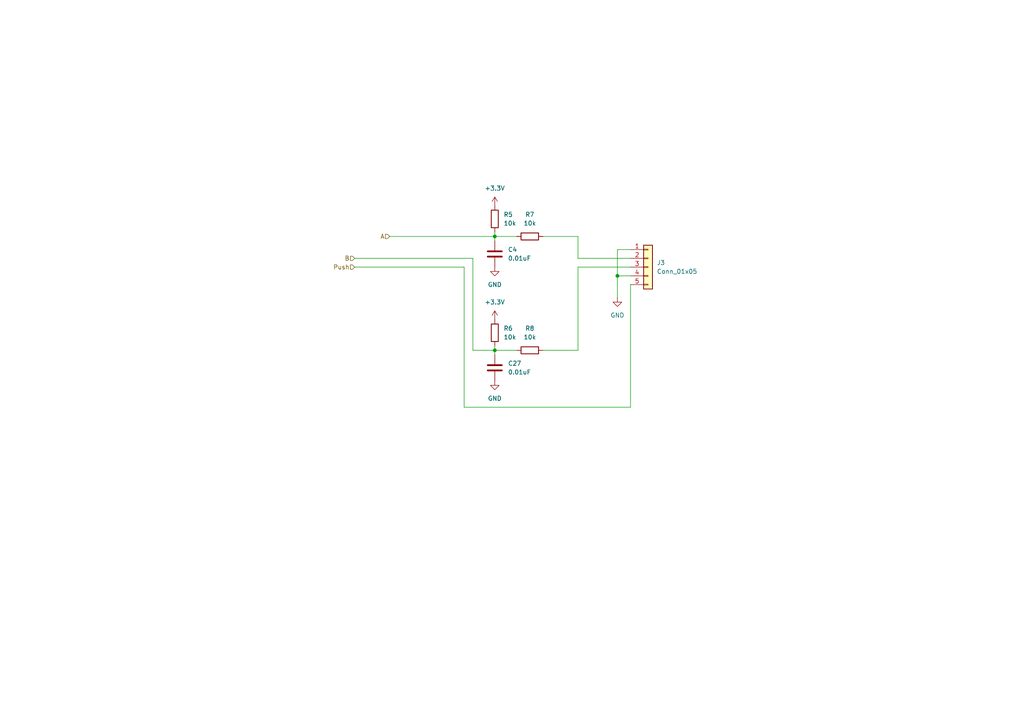
<source format=kicad_sch>
(kicad_sch (version 20250114) (generator "eeschema") (generator_version "9.0")
  (paper "A4")
  (lib_symbols
    (symbol "Connector_Generic:Conn_01x05" (pin_names (offset 1.016) (hide yes))
      (property "Reference" "J" (at 0 7.62 0))
      (property "Value" "Conn_01x05" (at 0 -7.62 0))
      (symbol "Conn_01x05_1_1"
        (rectangle (start -1.27 6.35) (end 1.27 -6.35) (stroke (width 0.254)) (fill (type background)))
        (rectangle (start -1.27 5.207) (end 0 4.953) (stroke (width 0.1524)))
        (rectangle (start -1.27 2.667) (end 0 2.413) (stroke (width 0.1524)))
        (rectangle (start -1.27 0.127) (end 0 -0.127) (stroke (width 0.1524)))
        (rectangle (start -1.27 -2.413) (end 0 -2.667) (stroke (width 0.1524)))
        (rectangle (start -1.27 -4.953) (end 0 -5.207) (stroke (width 0.1524)))
        (pin passive line (at -5.08 5.08 0) (length 3.81) (name "Pin_1") (number "1"))
        (pin passive line (at -5.08 2.54 0) (length 3.81) (name "Pin_2") (number "2"))
        (pin passive line (at -5.08 0 0) (length 3.81) (name "Pin_3") (number "3"))
        (pin passive line (at -5.08 -2.54 0) (length 3.81) (name "Pin_4") (number "4"))
        (pin passive line (at -5.08 -5.08 0) (length 3.81) (name "Pin_5") (number "5"))
      )
    )
    (symbol "Device:C" (pin_numbers (hide yes)) (pin_names (offset 0.254))
      (property "Reference" "C" (at 0.635 2.54 0))
      (property "Value" "C" (at 0.635 -2.54 0))
      (symbol "C_0_1"
        (polyline (pts (xy -2.032 0.762) (xy 2.032 0.762)) (stroke (width 0.508)))
        (polyline (pts (xy -2.032 -0.762) (xy 2.032 -0.762)) (stroke (width 0.508)))
      )
      (symbol "C_1_1"
        (pin passive line (at 0 3.81 270) (length 2.794) (name "~") (number "1"))
        (pin passive line (at 0 -3.81 90) (length 2.794) (name "~") (number "2"))
      )
    )
    (symbol "Device:R" (pin_numbers (hide yes)) (pin_names (offset 0))
      (property "Reference" "R" (at 2.032 0 90))
      (property "Value" "R" (at 0 0 90))
      (symbol "R_0_1"
        (rectangle (start -1.016 -2.54) (end 1.016 2.54) (stroke (width 0.254)))
      )
      (symbol "R_1_1"
        (pin passive line (at 0 3.81 270) (length 1.27) (name "~") (number "1"))
        (pin passive line (at 0 -3.81 90) (length 1.27) (name "~") (number "2"))
      )
    )
    (symbol "power:+3.3V" (power) (pin_numbers (hide yes)) (pin_names (offset 0) (hide yes))
      (property "Value" "+3.3V" (at 0 3.556 0))
      (symbol "+3.3V_0_1"
        (polyline (pts (xy -0.762 1.27) (xy 0 2.54)))
        (polyline (pts (xy 0 2.54) (xy 0.762 1.27)))
        (polyline (pts (xy 0 0) (xy 0 2.54)))
      )
      (symbol "+3.3V_1_1"
        (pin power_in line (at 0 0 90) (length 0) (name "~") (number "1"))
      )
    )
    (symbol "power:GND" (power) (pin_numbers (hide yes)) (pin_names (offset 0) (hide yes))
      (property "Value" "GND" (at 0 -3.81 0))
      (symbol "GND_0_1"
        (polyline (pts (xy 0 0) (xy 0 -1.27) (xy 1.27 -1.27) (xy 0 -2.54) (xy -1.27 -1.27) (xy 0 -1.27)))
      )
      (symbol "GND_1_1"
        (pin power_in line (at 0 0 270) (length 0) (name "~") (number "1"))
      )
    )
  )
  (junction (at 143.51 68.58))
  (junction (at 179.07 80.01))
  (junction (at 143.51 101.6))
  (wire (pts (xy 182.88 82.55) (xy 182.88 118.11)))
  (wire (pts (xy 143.51 69.85) (xy 143.51 68.58)))
  (wire (pts (xy 143.51 101.6) (xy 149.86 101.6)))
  (wire (pts (xy 167.64 77.47) (xy 182.88 77.47)))
  (wire (pts (xy 179.07 86.36) (xy 179.07 80.01)))
  (wire (pts (xy 157.48 101.6) (xy 167.64 101.6)))
  (wire (pts (xy 137.16 74.93) (xy 137.16 101.6)))
  (wire (pts (xy 143.51 68.58) (xy 113.03 68.58)))
  (wire (pts (xy 182.88 74.93) (xy 167.64 74.93)))
  (wire (pts (xy 167.64 68.58) (xy 157.48 68.58)))
  (wire (pts (xy 143.51 102.87) (xy 143.51 101.6)))
  (wire (pts (xy 134.62 118.11) (xy 134.62 77.47)))
  (wire (pts (xy 143.51 68.58) (xy 149.86 68.58)))
  (wire (pts (xy 137.16 101.6) (xy 143.51 101.6)))
  (wire (pts (xy 179.07 80.01) (xy 182.88 80.01)))
  (wire (pts (xy 179.07 80.01) (xy 179.07 72.39)))
  (wire (pts (xy 143.51 68.58) (xy 143.51 67.31)))
  (wire (pts (xy 143.51 101.6) (xy 143.51 100.33)))
  (wire (pts (xy 182.88 118.11) (xy 134.62 118.11)))
  (wire (pts (xy 102.87 74.93) (xy 137.16 74.93)))
  (wire (pts (xy 167.64 74.93) (xy 167.64 68.58)))
  (wire (pts (xy 134.62 77.47) (xy 102.87 77.47)))
  (wire (pts (xy 167.64 101.6) (xy 167.64 77.47)))
  (wire (pts (xy 179.07 72.39) (xy 182.88 72.39)))
  (hierarchical_label "B" (shape input) (at 102.87 74.93 180))
  (hierarchical_label "Push" (shape input) (at 102.87 77.47 180))
  (hierarchical_label "A" (shape input) (at 113.03 68.58 180))
  (symbol (lib_id "Device:R") (at 143.51 96.52 0) (unit 1)
    (property "Reference" "R10" (at 146.05 95.2499 0) (effects (justify left)))
    (property "Value" "10k" (at 146.05 97.7899 0) (effects (justify left)))
    (property "Footprint" "Resistor_SMD:R_0603_1608Metric" (effects (hide yes)))
    (property "Description" "Resistor" (effects (hide yes)))
    (property "LCSC Part Number" "C25804" (effects (hide yes)))
    (instances (project "flightpanel" (path "" (reference "R6") (unit 1)) (path "" (reference "R10") (unit 1)) (path "" (reference "R2") (unit 1)) (path "" (reference "R14") (unit 1)) (path "" (reference "R18") (unit 1)) (path "" (reference "R50") (unit 1))))
  )
  (symbol (lib_id "power:GND") (at 179.07 86.36 0) (unit 1)
    (property "Reference" "#PWR023" (effects (hide yes)))
    (property "Value" "GND" (at 179.07 91.44 0))
    (property "Description" "Power symbol creates a global label with name \"GND\" , ground" (effects (hide yes)))
    (instances (project "flightpanel" (path "" (reference "#PWR018") (unit 1)) (path "" (reference "#PWR023") (unit 1)) (path "" (reference "#PWR013") (unit 1)) (path "" (reference "#PWR028") (unit 1)) (path "" (reference "#PWR033") (unit 1)) (path "" (reference "#PWR0141") (unit 1))))
  )
  (symbol (lib_id "Device:R") (at 153.67 68.58 90) (unit 1)
    (property "Reference" "R11" (at 153.67 62.23 90))
    (property "Value" "10k" (at 153.67 64.77 90))
    (property "Footprint" "Resistor_SMD:R_0603_1608Metric" (effects (hide yes)))
    (property "Description" "Resistor" (effects (hide yes)))
    (property "LCSC Part Number" "C25804" (effects (hide yes)))
    (instances (project "flightpanel" (path "" (reference "R7") (unit 1)) (path "" (reference "R11") (unit 1)) (path "" (reference "R3") (unit 1)) (path "" (reference "R15") (unit 1)) (path "" (reference "R19") (unit 1)) (path "" (reference "R51") (unit 1))))
  )
  (symbol (lib_id "power:+3.3V") (at 143.51 92.71 0) (unit 1)
    (property "Reference" "#PWR021" (effects (hide yes)))
    (property "Value" "+3.3V" (at 143.51 87.63 0))
    (property "Description" "Power symbol creates a global label with name \"+3.3V\"" (effects (hide yes)))
    (instances (project "flightpanel" (path "" (reference "#PWR016") (unit 1)) (path "" (reference "#PWR021") (unit 1)) (path "" (reference "#PWR011") (unit 1)) (path "" (reference "#PWR026") (unit 1)) (path "" (reference "#PWR031") (unit 1)) (path "" (reference "#PWR0139") (unit 1))))
  )
  (symbol (lib_id "power:GND") (at 143.51 110.49 0) (unit 1)
    (property "Reference" "#PWR022" (effects (hide yes)))
    (property "Value" "GND" (at 143.51 115.57 0))
    (property "Description" "Power symbol creates a global label with name \"GND\" , ground" (effects (hide yes)))
    (instances (project "flightpanel" (path "" (reference "#PWR017") (unit 1)) (path "" (reference "#PWR022") (unit 1)) (path "" (reference "#PWR012") (unit 1)) (path "" (reference "#PWR027") (unit 1)) (path "" (reference "#PWR032") (unit 1)) (path "" (reference "#PWR0140") (unit 1))))
  )
  (symbol (lib_id "power:+3.3V") (at 143.51 59.69 0) (unit 1)
    (property "Reference" "#PWR019" (effects (hide yes)))
    (property "Value" "+3.3V" (at 143.51 54.61 0))
    (property "Description" "Power symbol creates a global label with name \"+3.3V\"" (effects (hide yes)))
    (instances (project "flightpanel" (path "" (reference "#PWR014") (unit 1)) (path "" (reference "#PWR019") (unit 1)) (path "" (reference "#PWR09") (unit 1)) (path "" (reference "#PWR024") (unit 1)) (path "" (reference "#PWR029") (unit 1)) (path "" (reference "#PWR0137") (unit 1))))
  )
  (symbol (lib_id "Device:C") (at 143.51 73.66 0) (unit 1)
    (property "Reference" "C6" (at 147.32 72.3899 0) (effects (justify left)))
    (property "Value" "0.01uF" (at 147.32 74.9299 0) (effects (justify left)))
    (property "Footprint" "Capacitor_SMD:C_0603_1608Metric" (effects (hide yes)))
    (property "Description" "Unpolarized capacitor" (effects (hide yes)))
    (property "LCSC Part Number" "C57112" (effects (hide yes)))
    (instances (project "flightpanel" (path "" (reference "C4") (unit 1)) (path "" (reference "C6") (unit 1)) (path "" (reference "C2") (unit 1)) (path "" (reference "C8") (unit 1)) (path "" (reference "C10") (unit 1)) (path "" (reference "C20") (unit 1))))
  )
  (symbol (lib_id "Device:C") (at 143.51 106.68 0) (unit 1)
    (property "Reference" "C1" (at 147.32 105.4099 0) (effects (justify left)))
    (property "Value" "0.01uF" (at 147.32 107.9499 0) (effects (justify left)))
    (property "Footprint" "Capacitor_SMD:C_0603_1608Metric" (effects (hide yes)))
    (property "Description" "Unpolarized capacitor" (effects (hide yes)))
    (property "LCSC Part Number" "C57112" (effects (hide yes)))
    (instances (project "flightpanel" (path "" (reference "C27") (unit 1)) (path "" (reference "C1") (unit 1)) (path "" (reference "C12") (unit 1)) (path "" (reference "C28") (unit 1)) (path "" (reference "C29") (unit 1)) (path "" (reference "C22") (unit 1))))
  )
  (symbol (lib_id "power:GND") (at 143.51 77.47 0) (unit 1)
    (property "Reference" "#PWR020" (effects (hide yes)))
    (property "Value" "GND" (at 143.51 82.55 0))
    (property "Description" "Power symbol creates a global label with name \"GND\" , ground" (effects (hide yes)))
    (instances (project "flightpanel" (path "" (reference "#PWR015") (unit 1)) (path "" (reference "#PWR020") (unit 1)) (path "" (reference "#PWR010") (unit 1)) (path "" (reference "#PWR025") (unit 1)) (path "" (reference "#PWR030") (unit 1)) (path "" (reference "#PWR0138") (unit 1))))
  )
  (symbol (lib_id "Device:R") (at 153.67 101.6 90) (unit 1)
    (property "Reference" "R12" (at 153.67 95.25 90))
    (property "Value" "10k" (at 153.67 97.79 90))
    (property "Footprint" "Resistor_SMD:R_0603_1608Metric" (effects (hide yes)))
    (property "Description" "Resistor" (effects (hide yes)))
    (property "LCSC Part Number" "C25804" (effects (hide yes)))
    (instances (project "flightpanel" (path "" (reference "R8") (unit 1)) (path "" (reference "R12") (unit 1)) (path "" (reference "R4") (unit 1)) (path "" (reference "R16") (unit 1)) (path "" (reference "R20") (unit 1)) (path "" (reference "R52") (unit 1))))
  )
  (symbol (lib_id "Device:R") (at 143.51 63.5 0) (unit 1)
    (property "Reference" "R9" (at 146.05 62.2299 0) (effects (justify left)))
    (property "Value" "10k" (at 146.05 64.7699 0) (effects (justify left)))
    (property "Footprint" "Resistor_SMD:R_0603_1608Metric" (effects (hide yes)))
    (property "Description" "Resistor" (effects (hide yes)))
    (property "LCSC Part Number" "C25804" (effects (hide yes)))
    (instances (project "flightpanel" (path "" (reference "R5") (unit 1)) (path "" (reference "R9") (unit 1)) (path "" (reference "R1") (unit 1)) (path "" (reference "R13") (unit 1)) (path "" (reference "R17") (unit 1)) (path "" (reference "R49") (unit 1))))
  )
  (symbol (lib_id "Connector_Generic:Conn_01x05") (at 187.96 77.47 0) (unit 1)
    (property "Reference" "J4" (at 190.5 76.1999 0) (effects (justify left)))
    (property "Value" "Conn_01x05" (at 190.5 78.7399 0) (effects (justify left)))
    (property "Footprint" "Connector_PinSocket_2.54mm:PinSocket_1x05_P2.54mm_Vertical" (effects (hide yes)))
    (property "Description" "Generic connector, single row, 01x05, script generated (kicad-library-utils/schlib/autogen/connector/)" (effects (hide yes)))
    (property "LCSC Part Number" "C50950" (effects (hide yes)))
    (instances (project "flightpanel" (path "" (reference "J3") (unit 1)) (path "" (reference "J4") (unit 1)) (path "" (reference "J2") (unit 1)) (path "" (reference "J5") (unit 1)) (path "" (reference "J6") (unit 1)) (path "" (reference "J14") (unit 1))))
  )
)
</source>
